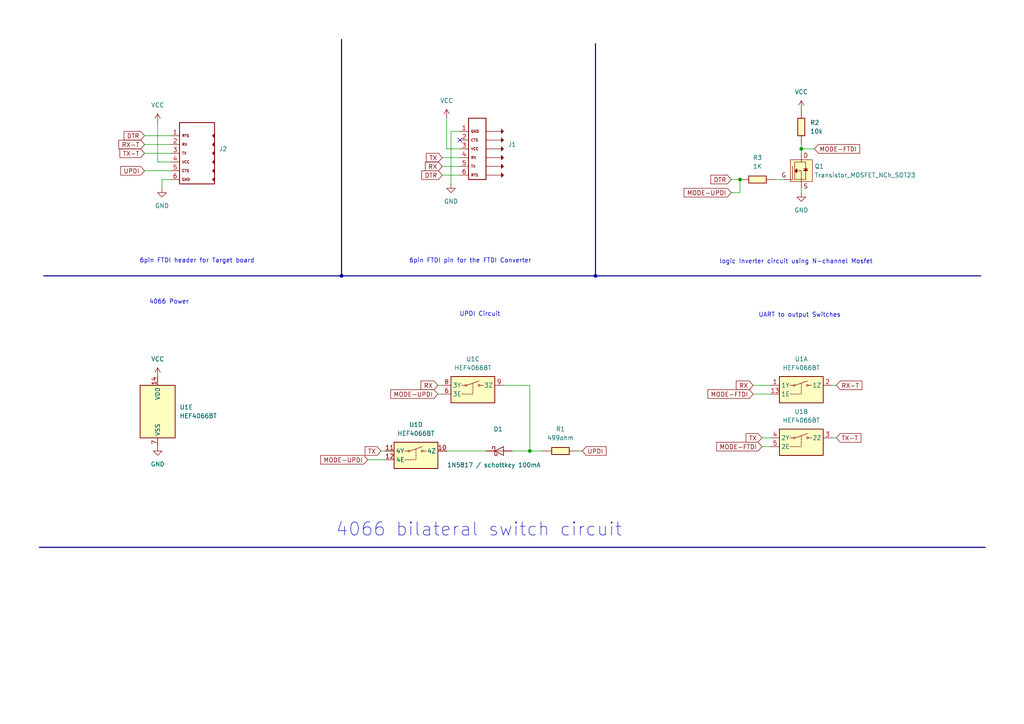
<source format=kicad_sch>
(kicad_sch (version 20250114) (generator "eeschema") (generator_version "9.0")
  (paper "A4")
  (title_block (title "Auto UPDI/FTDI Conveter using bilateral switch") (date "2025-05-14") (rev "v1.0") (company "Designed by Saheen Palayi | Super Fablab Kerala"))
  (lib_symbols
    (symbol "Analog_Switch:HEF4066BT"
      (property "Reference" "U" (at -4.572 9.144 0))
      (property "Value" "HEF4066BT" (at 7.62 9.144 0))
      (symbol "HEF4066BT_1_1"
        (rectangle (start -5.08 5.08) (end 7.62 -2.54) (stroke (width 0.254)) (fill (type background)))
        (polyline (pts (xy -2.032 2.54) (xy -1.016 2.54)))
        (polyline (pts (xy -2.032 0) (xy -1.524 0)))
        (polyline (pts (xy -1.27 0) (xy -0.762 0)))
        (circle (center -0.762 2.54) (radius 0.254))
        (polyline (pts (xy -0.508 2.54) (xy 3.048 3.81)))
        (polyline (pts (xy -0.508 0) (xy 0 0)))
        (polyline (pts (xy 0.254 0) (xy 0.762 0)))
        (polyline (pts (xy 1.016 0) (xy 1.27 0)))
        (polyline (pts (xy 1.27 2.54) (xy 1.27 3.048)))
        (polyline (pts (xy 1.27 1.778) (xy 1.27 2.286)))
        (polyline (pts (xy 1.27 1.016) (xy 1.27 1.524)))
        (polyline (pts (xy 1.27 0.254) (xy 1.27 0.762)))
        (circle (center 3.048 2.54) (radius 0.254))
        (polyline (pts (xy 4.318 2.54) (xy 3.302 2.54)))
        (pin passive line (at -7.62 2.54 0) (length 2.54) (name "1Y") (number "1"))
        (pin input line (at -7.62 0 0) (length 2.54) (name "1E") (number "13"))
        (pin passive line (at 10.16 2.54 180) (length 2.54) (name "1Z") (number "2"))
      )
      (symbol "HEF4066BT_2_1"
        (rectangle (start -5.08 5.08) (end 7.62 -2.54) (stroke (width 0.254)) (fill (type background)))
        (polyline (pts (xy -2.032 2.54) (xy -1.016 2.54)))
        (polyline (pts (xy -2.032 0) (xy -1.524 0)))
        (polyline (pts (xy -1.27 0) (xy -0.762 0)))
        (circle (center -0.762 2.54) (radius 0.254))
        (polyline (pts (xy -0.508 2.54) (xy 3.048 3.81)))
        (polyline (pts (xy -0.508 0) (xy 0 0)))
        (polyline (pts (xy 0.254 0) (xy 0.762 0)))
        (polyline (pts (xy 1.016 0) (xy 1.27 0)))
        (polyline (pts (xy 1.27 2.54) (xy 1.27 3.048)))
        (polyline (pts (xy 1.27 1.778) (xy 1.27 2.286)))
        (polyline (pts (xy 1.27 1.016) (xy 1.27 1.524)))
        (polyline (pts (xy 1.27 0.254) (xy 1.27 0.762)))
        (circle (center 3.048 2.54) (radius 0.254))
        (polyline (pts (xy 4.318 2.54) (xy 3.302 2.54)))
        (pin passive line (at -7.62 2.54 0) (length 2.54) (name "2Y") (number "4"))
        (pin input line (at -7.62 0 0) (length 2.54) (name "2E") (number "5"))
        (pin passive line (at 10.16 2.54 180) (length 2.54) (name "2Z") (number "3"))
      )
      (symbol "HEF4066BT_3_1"
        (rectangle (start -5.08 5.08) (end 7.62 -2.54) (stroke (width 0.254)) (fill (type background)))
        (polyline (pts (xy -2.032 2.54) (xy -1.016 2.54)))
        (polyline (pts (xy -2.032 0) (xy -1.524 0)))
        (polyline (pts (xy -1.27 0) (xy -0.762 0)))
        (circle (center -0.762 2.54) (radius 0.254))
        (polyline (pts (xy -0.508 2.54) (xy 3.048 3.81)))
        (polyline (pts (xy -0.508 0) (xy 0 0)))
        (polyline (pts (xy 0.254 0) (xy 0.762 0)))
        (polyline (pts (xy 1.016 0) (xy 1.27 0)))
        (polyline (pts (xy 1.27 2.54) (xy 1.27 3.048)))
        (polyline (pts (xy 1.27 1.778) (xy 1.27 2.286)))
        (polyline (pts (xy 1.27 1.016) (xy 1.27 1.524)))
        (polyline (pts (xy 1.27 0.254) (xy 1.27 0.762)))
        (circle (center 3.048 2.54) (radius 0.254))
        (polyline (pts (xy 4.318 2.54) (xy 3.302 2.54)))
        (pin passive line (at -7.62 2.54 0) (length 2.54) (name "3Y") (number "8"))
        (pin input line (at -7.62 0 0) (length 2.54) (name "3E") (number "6"))
        (pin passive line (at 10.16 2.54 180) (length 2.54) (name "3Z") (number "9"))
      )
      (symbol "HEF4066BT_4_1"
        (rectangle (start -5.08 5.08) (end 7.62 -2.54) (stroke (width 0.254)) (fill (type background)))
        (polyline (pts (xy -2.032 2.54) (xy -1.016 2.54)))
        (polyline (pts (xy -2.032 0) (xy -1.524 0)))
        (polyline (pts (xy -1.27 0) (xy -0.762 0)))
        (circle (center -0.762 2.54) (radius 0.254))
        (polyline (pts (xy -0.508 2.54) (xy 3.048 3.81)))
        (polyline (pts (xy -0.508 0) (xy 0 0)))
        (polyline (pts (xy 0.254 0) (xy 0.762 0)))
        (polyline (pts (xy 1.016 0) (xy 1.27 0)))
        (polyline (pts (xy 1.27 2.54) (xy 1.27 3.048)))
        (polyline (pts (xy 1.27 1.778) (xy 1.27 2.286)))
        (polyline (pts (xy 1.27 1.016) (xy 1.27 1.524)))
        (polyline (pts (xy 1.27 0.254) (xy 1.27 0.762)))
        (circle (center 3.048 2.54) (radius 0.254))
        (polyline (pts (xy 4.318 2.54) (xy 3.302 2.54)))
        (pin passive line (at -7.62 2.54 0) (length 2.54) (name "4Y") (number "11"))
        (pin input line (at -7.62 0 0) (length 2.54) (name "4E") (number "12"))
        (pin passive line (at 10.16 2.54 180) (length 2.54) (name "4Z") (number "10"))
      )
      (symbol "HEF4066BT_5_1"
        (rectangle (start -5.08 7.62) (end 5.08 -7.62) (stroke (width 0.254)) (fill (type background)))
        (pin power_in line (at 0 10.16 270) (length 2.54) (name "VDD") (number "14"))
        (pin power_in line (at 0 -10.16 90) (length 2.54) (name "VSS") (number "7"))
      )
    )
    (symbol "fab:Conn_PinHeader_FTDI_1x06_P2.54mm_Horizontal_SMD"
      (property "Reference" "J" (at 0 10.16 0))
      (property "Value" "Conn_PinHeader_FTDI_1x06_P2.54mm_Horizontal_SMD" (at 0 -10.16 0))
      (symbol "Conn_PinHeader_FTDI_1x06_P2.54mm_Horizontal_SMD_0_0"
        (polyline (pts (xy 2.54 5.08) (xy 7.62 5.08)))
        (polyline (pts (xy 2.54 2.54) (xy 7.62 2.54)))
        (polyline (pts (xy 2.54 0) (xy 7.62 0)))
        (polyline (pts (xy 2.54 -2.54) (xy 7.62 -2.54)))
        (polyline (pts (xy 2.54 -5.08) (xy 7.62 -5.08)))
        (polyline (pts (xy 2.54 -7.62) (xy 7.62 -7.62)))
        (polyline (pts (xy 6.985 5.715) (xy 7.62 5.08) (xy 6.985 4.445) (xy 6.985 5.715)) (fill (type outline)))
        (polyline (pts (xy 6.985 3.175) (xy 7.62 2.54) (xy 6.985 1.905) (xy 6.985 3.175)) (fill (type outline)))
        (polyline (pts (xy 6.985 0.635) (xy 7.62 0) (xy 6.985 -0.635) (xy 6.985 0.635)) (fill (type outline)))
        (polyline (pts (xy 6.985 -1.905) (xy 7.62 -2.54) (xy 6.985 -3.175) (xy 6.985 -1.905)) (fill (type outline)))
        (polyline (pts (xy 6.985 -4.445) (xy 7.62 -5.08) (xy 6.985 -5.715) (xy 6.985 -4.445)) (fill (type outline)))
        (polyline (pts (xy 6.985 -6.985) (xy 7.62 -7.62) (xy 6.985 -8.255) (xy 6.985 -6.985)) (fill (type outline)))
        (text "GND" (at -1.905 5.08 0) (effects (font (size 0.75 0.75)) (justify left)))
        (text "CTS" (at -1.905 2.54 0) (effects (font (size 0.75 0.75)) (justify left)))
        (text "VCC" (at -1.905 0 0) (effects (font (size 0.75 0.75)) (justify left)))
        (text "RX" (at -1.905 -2.54 0) (effects (font (size 0.75 0.75)) (justify left)))
        (text "TX" (at -1.905 -5.08 0) (effects (font (size 0.75 0.75)) (justify left)))
        (text "RTS" (at -1.905 -7.62 0) (effects (font (size 0.75 0.75)) (justify left)))
      )
      (symbol "Conn_PinHeader_FTDI_1x06_P2.54mm_Horizontal_SMD_1_0"
        (rectangle (start -2.54 8.89) (end 2.54 -8.89) (stroke (width 0.254)))
      )
      (symbol "Conn_PinHeader_FTDI_1x06_P2.54mm_Horizontal_SMD_1_1"
        (pin passive line (at -5.08 5.08 0) (length 2.54) (name "") (number "1"))
        (pin passive line (at -5.08 2.54 0) (length 2.54) (name "") (number "2"))
        (pin passive line (at -5.08 0 0) (length 2.54) (name "") (number "3"))
        (pin passive line (at -5.08 -2.54 0) (length 2.54) (name "") (number "4"))
        (pin passive line (at -5.08 -5.08 0) (length 2.54) (name "") (number "5"))
        (pin passive line (at -5.08 -7.62 0) (length 2.54) (name "") (number "6"))
      )
    )
    (symbol "fab:Conn_PinSocket_FTDI_1x06_P2.54mm_Horizontal_SMD"
      (property "Reference" "J" (at 0 10.16 0))
      (property "Value" "Conn_PinSocket_FTDI_1x06_P2.54mm_Horizontal_SMD" (at 0 -10.16 0))
      (symbol "Conn_PinSocket_FTDI_1x06_P2.54mm_Horizontal_SMD_0_0"
        (polyline (pts (xy -2.286 -7.366) (xy -2.286 -7.366)))
        (polyline (pts (xy 5.08 5.715) (xy 4.445 5.08) (xy 5.08 4.445) (xy 5.08 5.715)) (fill (type outline)))
        (polyline (pts (xy 5.08 3.175) (xy 4.445 2.54) (xy 5.08 1.905) (xy 5.08 3.175)) (fill (type outline)))
        (polyline (pts (xy 5.08 0.635) (xy 4.445 0) (xy 5.08 -0.635) (xy 5.08 0.635)) (fill (type outline)))
        (polyline (pts (xy 5.08 -1.905) (xy 4.445 -2.54) (xy 5.08 -3.175) (xy 5.08 -1.905)) (fill (type outline)))
        (polyline (pts (xy 5.08 -4.445) (xy 4.445 -5.08) (xy 5.08 -5.715) (xy 5.08 -4.445)) (fill (type outline)))
        (polyline (pts (xy 5.08 -6.985) (xy 4.445 -7.62) (xy 5.08 -8.255) (xy 5.08 -6.985)) (fill (type outline)))
        (text "RTS" (at -4.445 5.08 0) (effects (font (size 0.75 0.75)) (justify left)))
        (text "RX" (at -4.445 2.54 0) (effects (font (size 0.75 0.75)) (justify left)))
        (text "TX" (at -4.445 0 0) (effects (font (size 0.75 0.75)) (justify left)))
        (text "VCC" (at -4.445 -2.54 0) (effects (font (size 0.75 0.75)) (justify left)))
        (text "CTS" (at -4.445 -5.08 0) (effects (font (size 0.75 0.75)) (justify left)))
        (text "GND" (at -4.445 -7.62 0) (effects (font (size 0.75 0.75)) (justify left)))
      )
      (symbol "Conn_PinSocket_FTDI_1x06_P2.54mm_Horizontal_SMD_1_1"
        (rectangle (start -5.08 8.89) (end 5.08 -8.89) (stroke (width 0.254)))
        (pin passive line (at -7.62 5.08 0) (length 2.54) (name "") (number "1"))
        (pin passive line (at -7.62 2.54 0) (length 2.54) (name "") (number "2"))
        (pin passive line (at -7.62 0 0) (length 2.54) (name "") (number "3"))
        (pin passive line (at -7.62 -2.54 0) (length 2.54) (name "") (number "4"))
        (pin passive line (at -7.62 -5.08 0) (length 2.54) (name "") (number "5"))
        (pin passive line (at -7.62 -7.62 0) (length 2.54) (name "") (number "6"))
      )
    )
    (symbol "fab:Diode_Schottky_MiniSMA" (pin_numbers (hide yes)) (pin_names (offset 1.016) (hide yes))
      (property "Reference" "D" (at 0 2.54 0))
      (property "Value" "Diode_Schottky_MiniSMA" (at 0 -2.54 0))
      (symbol "Diode_Schottky_MiniSMA_0_1"
        (polyline (pts (xy -1.905 0.635) (xy -1.905 1.27) (xy -1.27 1.27) (xy -1.27 -1.27) (xy -0.635 -1.27) (xy -0.635 -0.635)) (stroke (width 0.2032)))
        (polyline (pts (xy 1.27 1.27) (xy 1.27 -1.27) (xy -1.27 0) (xy 1.27 1.27)) (stroke (width 0.2032)))
        (polyline (pts (xy 1.27 0) (xy -1.27 0)))
      )
      (symbol "Diode_Schottky_MiniSMA_1_1"
        (pin passive line (at -3.81 0 0) (length 2.54) (name "K") (number "1"))
        (pin passive line (at 3.81 0 180) (length 2.54) (name "A") (number "2"))
      )
    )
    (symbol "fab:R_1206" (pin_numbers (hide yes)) (pin_names (offset 0))
      (property "Reference" "R" (at 2.54 0 90))
      (property "Value" "R_1206" (at -2.54 0 90))
      (symbol "R_1206_0_1"
        (rectangle (start -1.016 -2.54) (end 1.016 2.54) (stroke (width 0.254)) (fill (type background)))
      )
      (symbol "R_1206_1_1"
        (pin passive line (at 0 5.08 270) (length 2.54) (name "~") (number "1"))
        (pin passive line (at 0 -5.08 90) (length 2.54) (name "~") (number "2"))
      )
    )
    (symbol "fab:Transistor_MOSFET_NCh_SOT23" (pin_numbers (hide yes)) (pin_names (offset 1.016) (hide yes))
      (property "Reference" "Q" (at 3.81 1.27 0))
      (property "Value" "Transistor_MOSFET_NCh_SOT23" (at 3.81 -1.27 0))
      (symbol "Transistor_MOSFET_NCh_SOT23_0_1"
        (polyline (pts (xy 0 2.54) (xy 1.27 2.54) (xy 1.27 -2.54) (xy 0 -2.54)))
      )
      (symbol "Transistor_MOSFET_NCh_SOT23_1_0"
        (text "G" (at -5.08 -1.27 0) (effects (font (size 1.27 1.27))))
        (text "D" (at 1.27 4.445 0) (effects (font (size 1.27 1.27))))
        (text "S" (at 1.27 -4.445 0) (effects (font (size 1.27 1.27))))
      )
      (symbol "Transistor_MOSFET_NCh_SOT23_1_1"
        (rectangle (start -3.175 3.175) (end 3.175 -3.175) (fill (type background)))
        (polyline (pts (xy -2.54 -2.54) (xy -2.54 1.27)) (stroke (width 0.15)))
        (polyline (pts (xy -1.905 2.54) (xy -1.905 -2.54)) (stroke (width 0.15)))
        (polyline (pts (xy -1.905 0) (xy -1.27 0.635) (xy -1.27 -0.635) (xy -1.905 0)) (fill (type outline)))
        (polyline (pts (xy -1.905 -2.54) (xy 0 -2.54)) (stroke (width 0.15)))
        (polyline (pts (xy 0 2.54) (xy -1.905 2.54)) (stroke (width 0.15)))
        (polyline (pts (xy 0 -2.54) (xy 0 0) (xy -1.905 0)) (stroke (width 0.15)))
        (polyline (pts (xy 0.635 0.635) (xy 1.905 0.635)) (stroke (width 0.15)))
        (polyline (pts (xy 1.27 0.635) (xy 1.905 0) (xy 0.635 0) (xy 1.27 0.635)) (fill (type outline)))
        (pin passive line (at -5.08 -2.54 0) (length 2.54) (name "G") (number "1"))
        (pin passive line (at 0 5.08 270) (length 2.54) (name "D") (number "3"))
        (pin passive line (at 0 -5.08 90) (length 2.54) (name "S") (number "2"))
      )
    )
    (symbol "power:GND" (power) (pin_numbers (hide yes)) (pin_names (offset 0) (hide yes))
      (property "Value" "GND" (at 0 -3.81 0))
      (symbol "GND_0_1"
        (polyline (pts (xy 0 0) (xy 0 -1.27) (xy 1.27 -1.27) (xy 0 -2.54) (xy -1.27 -1.27) (xy 0 -1.27)))
      )
      (symbol "GND_1_1"
        (pin power_in line (at 0 0 270) (length 0) (name "~") (number "1"))
      )
    )
    (symbol "power:VCC" (power) (pin_numbers (hide yes)) (pin_names (offset 0) (hide yes))
      (property "Value" "VCC" (at 0 3.556 0))
      (symbol "VCC_0_1"
        (polyline (pts (xy -0.762 1.27) (xy 0 2.54)))
        (polyline (pts (xy 0 2.54) (xy 0.762 1.27)))
        (polyline (pts (xy 0 0) (xy 0 2.54)))
      )
      (symbol "VCC_1_1"
        (pin power_in line (at 0 0 90) (length 0) (name "~") (number "1"))
      )
    )
  )
  (text "6pin FTDI pin for the FTDI Converter" (at 136.398 75.692 0) (effects (font (size 1.27 1.27))))
  (text "logic Inverter circuit using N-channel Mosfet\n" (at 230.886 75.946 0) (effects (font (size 1.27 1.27))))
  (text "UPDI Circuit\n" (at 139.192 91.186 0) (effects (font (size 1.27 1.27))))
  (text "4066 Power\n" (at 49.022 87.63 0) (effects (font (size 1.27 1.27))))
  (text "4066 bilateral switch circuit\n" (at 138.938 153.67 0) (effects (font (size 3.81 3.81))))
  (text "6pin FTDI header for Target board" (at 57.15 75.692 0) (effects (font (size 1.27 1.27))))
  (text "UART to output Switches \n" (at 232.41 91.44 0) (effects (font (size 1.27 1.27))))
  (junction (at 214.63 52.07))
  (junction (at 153.67 130.81))
  (junction (at 232.41 43.18))
  (junction (at 99.06 80.01))
  (junction (at 172.72 80.01))
  (no_connect (at 133.35 40.64))
  (wire (pts (xy 106.68 133.35) (xy 111.76 133.35)))
  (bus (pts (xy 172.72 12.7) (xy 172.72 80.01)))
  (wire (pts (xy 41.91 49.53) (xy 49.53 49.53)))
  (wire (pts (xy 224.79 52.07) (xy 227.33 52.07)))
  (wire (pts (xy 153.67 111.76) (xy 153.67 130.81)))
  (wire (pts (xy 129.54 130.81) (xy 140.97 130.81)))
  (wire (pts (xy 46.99 54.61) (xy 46.99 52.07)))
  (wire (pts (xy 232.41 55.88) (xy 232.41 54.61)))
  (bus (pts (xy 99.06 11.43) (xy 99.06 80.01)))
  (bus (pts (xy 172.72 80.01) (xy 284.48 80.01)))
  (wire (pts (xy 242.57 111.76) (xy 241.3 111.76)))
  (wire (pts (xy 168.91 130.81) (xy 167.64 130.81)))
  (wire (pts (xy 212.09 52.07) (xy 214.63 52.07)))
  (wire (pts (xy 242.57 127) (xy 241.3 127)))
  (wire (pts (xy 128.27 48.26) (xy 133.35 48.26)))
  (wire (pts (xy 130.81 38.1) (xy 133.35 38.1)))
  (wire (pts (xy 110.49 130.81) (xy 111.76 130.81)))
  (wire (pts (xy 41.91 44.45) (xy 49.53 44.45)))
  (wire (pts (xy 129.54 34.29) (xy 129.54 43.18)))
  (bus (pts (xy 11.43 158.75) (xy 285.75 158.75)))
  (wire (pts (xy 129.54 43.18) (xy 133.35 43.18)))
  (wire (pts (xy 146.05 111.76) (xy 153.67 111.76)))
  (wire (pts (xy 220.98 127) (xy 223.52 127)))
  (wire (pts (xy 41.91 41.91) (xy 49.53 41.91)))
  (bus (pts (xy 12.7 80.01) (xy 99.06 80.01)))
  (wire (pts (xy 232.41 41.91) (xy 232.41 43.18)))
  (wire (pts (xy 46.99 52.07) (xy 49.53 52.07)))
  (wire (pts (xy 128.27 50.8) (xy 133.35 50.8)))
  (wire (pts (xy 127 111.76) (xy 128.27 111.76)))
  (wire (pts (xy 130.81 38.1) (xy 130.81 53.34)))
  (wire (pts (xy 218.44 111.76) (xy 223.52 111.76)))
  (wire (pts (xy 128.27 45.72) (xy 133.35 45.72)))
  (bus (pts (xy 99.06 80.01) (xy 172.72 80.01)))
  (wire (pts (xy 232.41 43.18) (xy 236.22 43.18)))
  (wire (pts (xy 41.91 39.37) (xy 49.53 39.37)))
  (wire (pts (xy 45.72 46.99) (xy 49.53 46.99)))
  (wire (pts (xy 232.41 43.18) (xy 232.41 44.45)))
  (wire (pts (xy 127 114.3) (xy 128.27 114.3)))
  (wire (pts (xy 214.63 52.07) (xy 214.63 55.88)))
  (wire (pts (xy 218.44 114.3) (xy 223.52 114.3)))
  (wire (pts (xy 220.98 129.54) (xy 223.52 129.54)))
  (wire (pts (xy 153.67 130.81) (xy 157.48 130.81)))
  (wire (pts (xy 148.59 130.81) (xy 153.67 130.81)))
  (wire (pts (xy 212.09 55.88) (xy 214.63 55.88)))
  (wire (pts (xy 45.72 35.56) (xy 45.72 46.99)))
  (global_label "MODE-UPDI" (shape input) (at 106.68 133.35 180) (property "Intersheetrefs" "${INTERSHEET_REFS}" (effects (hide yes))))
  (global_label "UPDI" (shape input) (at 41.91 49.53 180) (property "Intersheetrefs" "${INTERSHEET_REFS}" (effects (hide yes))))
  (global_label "DTR" (shape input) (at 128.27 50.8 180) (property "Intersheetrefs" "${INTERSHEET_REFS}" (effects (hide yes))))
  (global_label "TX" (shape input) (at 220.98 127 180) (property "Intersheetrefs" "${INTERSHEET_REFS}" (effects (hide yes))))
  (global_label "MODE-UPDI" (shape input) (at 127 114.3 180) (property "Intersheetrefs" "${INTERSHEET_REFS}" (effects (hide yes))))
  (global_label "MODE-UPDI" (shape input) (at 212.09 55.88 180) (property "Intersheetrefs" "${INTERSHEET_REFS}" (effects (hide yes))))
  (global_label "DTR" (shape input) (at 212.09 52.07 180) (property "Intersheetrefs" "${INTERSHEET_REFS}" (effects (hide yes))))
  (global_label "MODE-FTDI" (shape input) (at 218.44 114.3 180) (property "Intersheetrefs" "${INTERSHEET_REFS}" (effects (hide yes))))
  (global_label "TX-T" (shape input) (at 41.91 44.45 180) (property "Intersheetrefs" "${INTERSHEET_REFS}" (effects (hide yes))))
  (global_label "TX-T" (shape input) (at 242.57 127 0) (property "Intersheetrefs" "${INTERSHEET_REFS}" (effects (hide yes))))
  (global_label "DTR" (shape input) (at 41.91 39.37 180) (property "Intersheetrefs" "${INTERSHEET_REFS}" (effects (hide yes))))
  (global_label "TX" (shape input) (at 110.49 130.81 180) (property "Intersheetrefs" "${INTERSHEET_REFS}" (effects (hide yes))))
  (global_label "RX" (shape input) (at 127 111.76 180) (property "Intersheetrefs" "${INTERSHEET_REFS}" (effects (hide yes))))
  (global_label "TX" (shape input) (at 128.27 45.72 180) (property "Intersheetrefs" "${INTERSHEET_REFS}" (effects (hide yes))))
  (global_label "RX-T" (shape input) (at 242.57 111.76 0) (property "Intersheetrefs" "${INTERSHEET_REFS}" (effects (hide yes))))
  (global_label "RX" (shape input) (at 218.44 111.76 180) (property "Intersheetrefs" "${INTERSHEET_REFS}" (effects (hide yes))))
  (global_label "MODE-FTDI" (shape input) (at 220.98 129.54 180) (property "Intersheetrefs" "${INTERSHEET_REFS}" (effects (hide yes))))
  (global_label "MODE-FTDI" (shape input) (at 236.22 43.18 0) (property "Intersheetrefs" "${INTERSHEET_REFS}" (effects (hide yes))))
  (global_label "RX" (shape input) (at 128.27 48.26 180) (property "Intersheetrefs" "${INTERSHEET_REFS}" (effects (hide yes))))
  (global_label "RX-T" (shape input) (at 41.91 41.91 180) (property "Intersheetrefs" "${INTERSHEET_REFS}" (effects (hide yes))))
  (global_label "UPDI" (shape input) (at 168.91 130.81 0) (property "Intersheetrefs" "${INTERSHEET_REFS}" (effects (hide yes))))
  (symbol (lib_id "Analog_Switch:HEF4066BT") (at 119.38 133.35 0) (unit 4)
    (property "Reference" "U1" (at 120.65 123.19 0))
    (property "Value" "HEF4066BT" (at 120.65 125.73 0))
    (property "Footprint" "Package_SO:SOIC-14_3.9x8.7mm_P1.27mm" (effects (hide yes)))
    (property "Datasheet" "https://assets.nexperia.com/documents/data-sheet/HEF4066B.pdf" (effects (hide yes)))
    (property "Description" "Quad single-pole single-throw analog switch, 3.0...15.0V supply, VI = 0...VDD, f(-3dB) = 90MHz, RON(peak) = 350 / 80 / 60 ohms (for VI from 0V to VDD, with VDD 5 / 10 / 15V respectively), SOIC-14" (effects (hide yes)))
  )
  (symbol (lib_id "fab:R_1206") (at 219.71 52.07 270) (unit 1)
    (property "Reference" "R3" (at 219.71 45.72 90))
    (property "Value" "1K" (at 219.71 48.26 90))
    (property "Footprint" "fab:R_1206" (effects (hide yes)))
    (property "Description" "Resistor" (effects (hide yes)))
  )
  (symbol (lib_id "power:GND") (at 45.72 129.54 0) (unit 1)
    (property "Reference" "#PWR01" (effects (hide yes)))
    (property "Value" "GND" (at 45.72 134.62 0))
    (property "Description" "Power symbol creates a global label with name \"GND\" , ground" (effects (hide yes)))
  )
  (symbol (lib_id "power:GND") (at 130.81 53.34 0) (unit 1)
    (property "Reference" "#PWR06" (effects (hide yes)))
    (property "Value" "GND" (at 130.81 58.42 0))
    (property "Description" "Power symbol creates a global label with name \"GND\" , ground" (effects (hide yes)))
  )
  (symbol (lib_id "Analog_Switch:HEF4066BT") (at 45.72 119.38 0) (unit 5)
    (property "Reference" "U1" (at 52.07 118.1099 0) (effects (justify left)))
    (property "Value" "HEF4066BT" (at 52.07 120.6499 0) (effects (justify left)))
    (property "Footprint" "Package_SO:SOIC-14_3.9x8.7mm_P1.27mm" (effects (hide yes)))
    (property "Datasheet" "https://assets.nexperia.com/documents/data-sheet/HEF4066B.pdf" (effects (hide yes)))
    (property "Description" "Quad single-pole single-throw analog switch, 3.0...15.0V supply, VI = 0...VDD, f(-3dB) = 90MHz, RON(peak) = 350 / 80 / 60 ohms (for VI from 0V to VDD, with VDD 5 / 10 / 15V respectively), SOIC-14" (effects (hide yes)))
  )
  (symbol (lib_id "fab:Conn_PinSocket_FTDI_1x06_P2.54mm_Horizontal_SMD") (at 57.15 44.45 0) (unit 1)
    (property "Reference" "J2" (at 63.5 43.1799 0) (effects (justify left)))
    (property "Value" "Conn_PinSocket_FTDI_1x06_P2.54mm_Horizontal_SMD" (effects (hide yes)))
    (property "Footprint" "fab:PinSocket_1x06_P2.54mm_Horizontal_SMD" (effects (hide yes)))
    (property "Description" "FTDI socket connector, usually used on the host side, such as the USB-to-Serial bridge" (effects (hide yes)))
  )
  (symbol (lib_id "power:VCC") (at 129.54 34.29 0) (unit 1)
    (property "Reference" "#PWR05" (effects (hide yes)))
    (property "Value" "VCC" (at 129.54 29.21 0))
    (property "Description" "Power symbol creates a global label with name \"VCC\"" (effects (hide yes)))
  )
  (symbol (lib_id "Analog_Switch:HEF4066BT") (at 231.14 129.54 0) (unit 2)
    (property "Reference" "U1" (at 232.41 119.38 0))
    (property "Value" "HEF4066BT" (at 232.41 121.92 0))
    (property "Footprint" "Package_SO:SOIC-14_3.9x8.7mm_P1.27mm" (effects (hide yes)))
    (property "Datasheet" "https://assets.nexperia.com/documents/data-sheet/HEF4066B.pdf" (effects (hide yes)))
    (property "Description" "Quad single-pole single-throw analog switch, 3.0...15.0V supply, VI = 0...VDD, f(-3dB) = 90MHz, RON(peak) = 350 / 80 / 60 ohms (for VI from 0V to VDD, with VDD 5 / 10 / 15V respectively), SOIC-14" (effects (hide yes)))
  )
  (symbol (lib_id "Analog_Switch:HEF4066BT") (at 231.14 114.3 0) (unit 1)
    (property "Reference" "U1" (at 232.41 104.14 0))
    (property "Value" "HEF4066BT" (at 232.41 106.68 0))
    (property "Footprint" "Package_SO:SOIC-14_3.9x8.7mm_P1.27mm" (effects (hide yes)))
    (property "Datasheet" "https://assets.nexperia.com/documents/data-sheet/HEF4066B.pdf" (effects (hide yes)))
    (property "Description" "Quad single-pole single-throw analog switch, 3.0...15.0V supply, VI = 0...VDD, f(-3dB) = 90MHz, RON(peak) = 350 / 80 / 60 ohms (for VI from 0V to VDD, with VDD 5 / 10 / 15V respectively), SOIC-14" (effects (hide yes)))
  )
  (symbol (lib_id "power:GND") (at 46.99 54.61 0) (unit 1)
    (property "Reference" "#PWR03" (effects (hide yes)))
    (property "Value" "GND" (at 46.99 59.69 0))
    (property "Description" "Power symbol creates a global label with name \"GND\" , ground" (effects (hide yes)))
  )
  (symbol (lib_id "fab:Transistor_MOSFET_NCh_SOT23") (at 232.41 49.53 0) (unit 1)
    (property "Reference" "Q1" (at 236.22 48.2599 0) (effects (justify left)))
    (property "Value" "Transistor_MOSFET_NCh_SOT23" (at 236.22 50.7999 0) (effects (justify left)))
    (property "Footprint" "fab:SOT-23-3" (effects (hide yes)))
    (property "Datasheet" "https://www.onsemi.com/pub/Collateral/NDS355AN-D.PDF" (effects (hide yes)))
    (property "Description" "N-Channel mosfet NDS355AN in SOT-23 package" (effects (hide yes)))
  )
  (symbol (lib_id "fab:Conn_PinHeader_FTDI_1x06_P2.54mm_Horizontal_SMD") (at 138.43 43.18 0) (unit 1)
    (property "Reference" "J1" (at 147.32 41.9099 0) (effects (justify left)))
    (property "Value" "Conn_PinHeader_FTDI_1x06_P2.54mm_Horizontal_SMD" (effects (hide yes)))
    (property "Footprint" "fab:PinHeader_1x06_P2.54mm_Horizontal_SMD" (effects (hide yes)))
    (property "Description" "FTDI header connector, usually used on the target board side" (effects (hide yes)))
  )
  (symbol (lib_id "fab:R_1206") (at 162.56 130.81 90) (unit 1)
    (property "Reference" "R1" (at 162.56 124.46 90))
    (property "Value" "499ohm" (at 162.56 127 90))
    (property "Footprint" "fab:R_1206" (effects (hide yes)))
    (property "Description" "Resistor" (effects (hide yes)))
  )
  (symbol (lib_id "power:VCC") (at 45.72 35.56 0) (unit 1)
    (property "Reference" "#PWR04" (effects (hide yes)))
    (property "Value" "VCC" (at 45.72 30.48 0))
    (property "Description" "Power symbol creates a global label with name \"VCC\"" (effects (hide yes)))
  )
  (symbol (lib_id "power:VCC") (at 232.41 31.75 0) (unit 1)
    (property "Reference" "#PWR07" (effects (hide yes)))
    (property "Value" "VCC" (at 232.41 26.67 0))
    (property "Description" "Power symbol creates a global label with name \"VCC\"" (effects (hide yes)))
  )
  (symbol (lib_id "fab:Diode_Schottky_MiniSMA") (at 144.78 130.81 0) (unit 1)
    (property "Reference" "D1" (at 144.4625 124.46 0))
    (property "Value" "1N5817 / schottkey 100mA" (at 143.256 134.874 0))
    (property "Footprint" "fab:Diode_Schottky_MiniSMA" (effects (hide yes)))
    (property "Datasheet" "https://www.st.com/content/ccc/resource/technical/document/datasheet/c6/32/d4/4a/28/d3/4b/11/CD00004930.pdf/files/CD00004930.pdf/jcr:content/translations/en.CD00004930.pdf" (effects (hide yes)))
    (property "Description" "Schottky diode with Mini-SMA footprint" (effects (hide yes)))
  )
  (symbol (lib_id "power:VCC") (at 45.72 109.22 0) (unit 1)
    (property "Reference" "#PWR02" (effects (hide yes)))
    (property "Value" "VCC" (at 45.72 104.14 0))
    (property "Description" "Power symbol creates a global label with name \"VCC\"" (effects (hide yes)))
  )
  (symbol (lib_id "power:GND") (at 232.41 55.88 0) (unit 1)
    (property "Reference" "#PWR08" (effects (hide yes)))
    (property "Value" "GND" (at 232.41 60.96 0))
    (property "Description" "Power symbol creates a global label with name \"GND\" , ground" (effects (hide yes)))
  )
  (symbol (lib_id "fab:R_1206") (at 232.41 36.83 180) (unit 1)
    (property "Reference" "R2" (at 234.95 35.5599 0) (effects (justify right)))
    (property "Value" "10k" (at 234.95 38.0999 0) (effects (justify right)))
    (property "Footprint" "fab:R_1206" (effects (hide yes)))
    (property "Description" "Resistor" (effects (hide yes)))
  )
  (symbol (lib_id "Analog_Switch:HEF4066BT") (at 135.89 114.3 0) (unit 3)
    (property "Reference" "U1" (at 137.16 104.14 0))
    (property "Value" "HEF4066BT" (at 137.16 106.68 0))
    (property "Footprint" "Package_SO:SOIC-14_3.9x8.7mm_P1.27mm" (effects (hide yes)))
    (property "Datasheet" "https://assets.nexperia.com/documents/data-sheet/HEF4066B.pdf" (effects (hide yes)))
    (property "Description" "Quad single-pole single-throw analog switch, 3.0...15.0V supply, VI = 0...VDD, f(-3dB) = 90MHz, RON(peak) = 350 / 80 / 60 ohms (for VI from 0V to VDD, with VDD 5 / 10 / 15V respectively), SOIC-14" (effects (hide yes)))
  )
)
</source>
